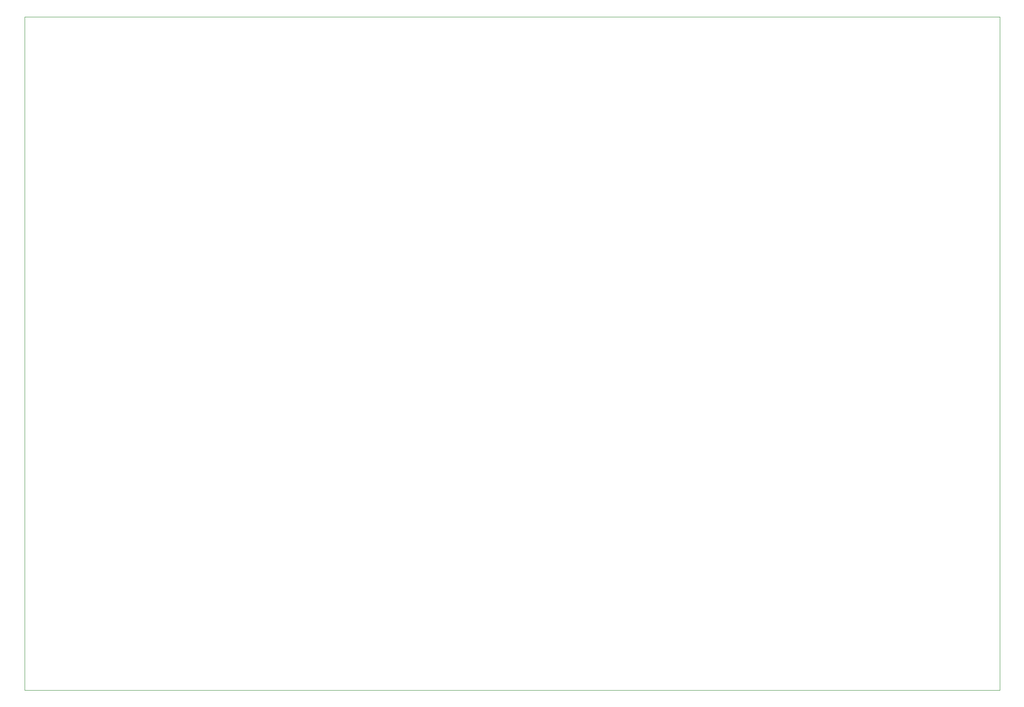
<source format=gbr>
%TF.GenerationSoftware,KiCad,Pcbnew,8.0.4*%
%TF.CreationDate,2025-03-28T11:12:59+01:00*%
%TF.ProjectId,final_agv_pdb,66696e61-6c5f-4616-9776-5f7064622e6b,rev?*%
%TF.SameCoordinates,Original*%
%TF.FileFunction,Profile,NP*%
%FSLAX46Y46*%
G04 Gerber Fmt 4.6, Leading zero omitted, Abs format (unit mm)*
G04 Created by KiCad (PCBNEW 8.0.4) date 2025-03-28 11:12:59*
%MOMM*%
%LPD*%
G01*
G04 APERTURE LIST*
%TA.AperFunction,Profile*%
%ADD10C,0.050000*%
%TD*%
G04 APERTURE END LIST*
D10*
X68500000Y-29500000D02*
X259500000Y-29500000D01*
X259500000Y-161500000D01*
X68500000Y-161500000D01*
X68500000Y-29500000D01*
M02*

</source>
